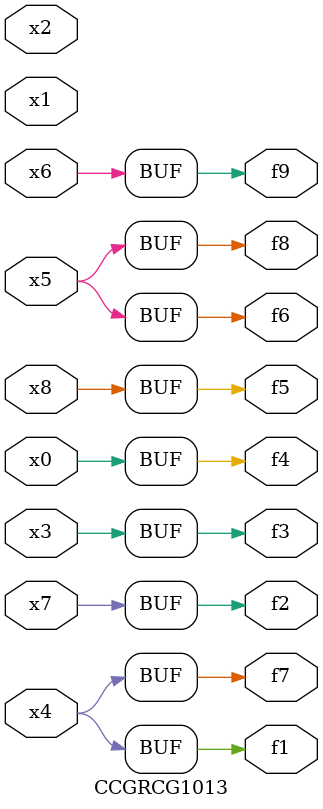
<source format=v>
module CCGRCG1013(
	input x0, x1, x2, x3, x4, x5, x6, x7, x8,
	output f1, f2, f3, f4, f5, f6, f7, f8, f9
);
	assign f1 = x4;
	assign f2 = x7;
	assign f3 = x3;
	assign f4 = x0;
	assign f5 = x8;
	assign f6 = x5;
	assign f7 = x4;
	assign f8 = x5;
	assign f9 = x6;
endmodule

</source>
